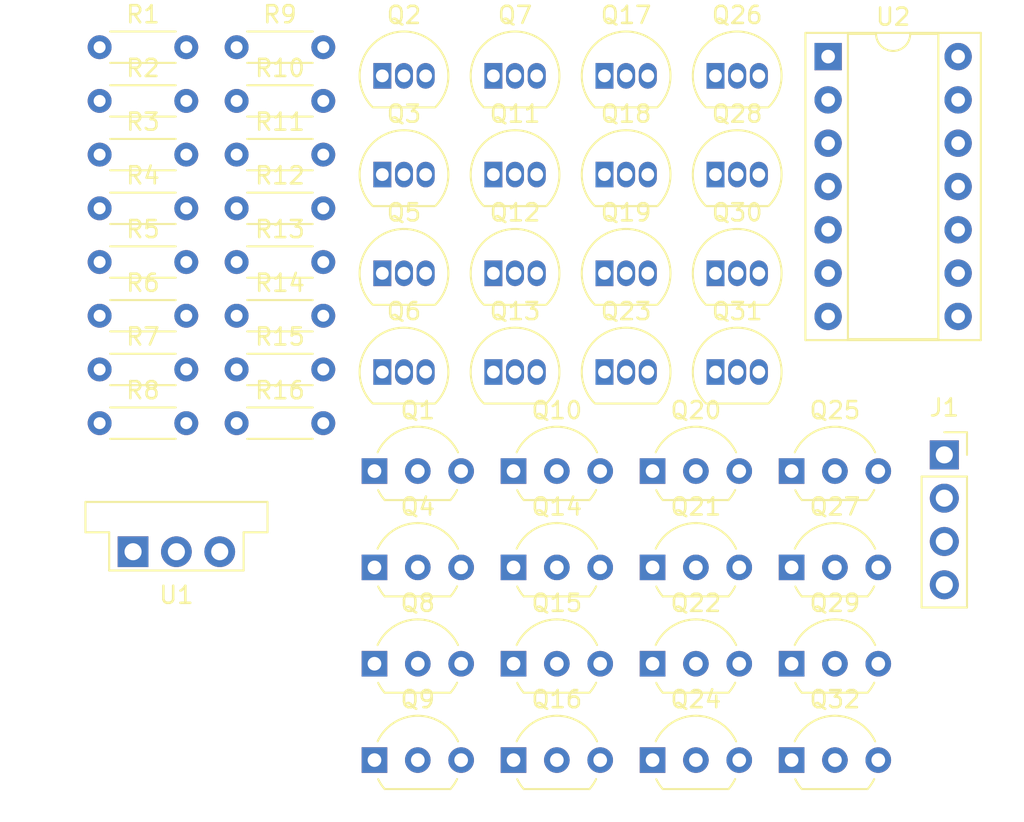
<source format=kicad_pcb>
(kicad_pcb (version 20240108) (generator "pcbnew") (generator_version "8.0")
  (layers (0 "F.Cu" signal) (31 "B.Cu" signal) (34 "B.Paste" user) (35 "F.Paste" user) (36 "B.SilkS" user "B.Silkscreen") (37 "F.SilkS" user "F.Silkscreen") (38 "B.Mask" user) (39 "F.Mask" user) (44 "Edge.Cuts" user))
  (net 0 "")
  (net 1 "A_IN")
  (net 2 "C_IN")
  (net 3 "D_IN")
  (net 4 "B_IN")
  (net 5 "Net-(Q1-E)")
  (net 6 "Net-(Q1-C)")
  (net 7 "E")
  (net 8 "Net-(Q2-E)")
  (net 9 "A")
  (net 10 "+5V")
  (net 11 "C")
  (net 12 "ML0")
  (net 13 "~A~CE")
  (net 14 "Net-(Q5-E)")
  (net 15 "F")
  (net 16 "Net-(Q7-E)")
  (net 17 "B")
  (net 18 "D")
  (net 19 "ML1")
  (net 20 "Net-(Q10-B)")
  (net 21 "Net-(Q11-E)")
  (net 22 "Net-(Q12-E)")
  (net 23 "Net-(Q13-E)")
  (net 24 "Net-(Q15-E)")
  (net 25 "MR0")
  (net 26 "~B~DF")
  (net 27 "Net-(Q17-E)")
  (net 28 "Net-(Q19-E)")
  (net 29 "MR1")
  (net 30 "Net-(Q22-B)")
  (net 31 "Net-(Q23-E)")
  (net 32 "Net-(Q25-E)")
  (net 33 "Net-(Q26-E)")
  (net 34 "Net-(Q29-E)")
  (net 35 "Net-(Q31-E)")
  (net 36 "GND")
  (net 37 "Net-(R9-Pad2)")
  (net 38 "Net-(R10-Pad2)")
  (net 39 "Net-(R11-Pad2)")
  (net 40 "Net-(R12-Pad2)")
  (net 41 "VCC")
  (footprint "Package_TO_SOT_THT:TO-92_Inline" (layer "F.Cu") (at 46.02 26.62)
    (property "Reference" "Q11" (at 1.27 -3.56 0) (layer "F.SilkS"))
    (property "Value" "2SA1015")
    (fp_line (start -0.53 1.85) (end 3.07 1.85) (stroke (width 0.12)) (layer "F.SilkS"))
    (fp_arc (start -0.568478 1.838478) (mid -1.132087 -0.994977) (end 1.27 -2.6) (stroke (width 0.12)) (layer "F.SilkS"))
    (fp_arc (start 1.27 -2.6) (mid 3.672087 -0.994977) (end 3.108478 1.838478) (stroke (width 0.12)) (layer "F.SilkS"))
    (pad "1" thru_hole rect (at 0 0) (size 1.05 1.5) (drill 0.75) (layers "*.Cu" "*.Mask") (net 21 "Net-(Q11-E)"))
    (pad "2" thru_hole oval (at 1.27 0) (size 1.05 1.5) (drill 0.75) (layers "*.Cu" "*.Mask") (net 10 "+5V"))
    (pad "3" thru_hole oval (at 2.54 0) (size 1.05 1.5) (drill 0.75) (layers "*.Cu" "*.Mask") (net 17 "B"))
  )
  (footprint "Package_TO_SOT_THT:TO-92L_Inline_Wide" (layer "F.Cu") (at 63.5 60.96)
    (property "Reference" "Q32" (at 2.54 -3.56 0) (layer "F.SilkS"))
    (property "Value" "2SC1815")
    (fp_line (start 0.6 1.7) (end 4.45 1.7) (stroke (width 0.12)) (layer "F.SilkS"))
    (fp_arc (start 0.1836 -1.098807) (mid 1.143021 -2.192817) (end 2.54 -2.6) (stroke (width 0.12)) (layer "F.SilkS"))
    (fp_arc (start 0.6 1.7) (mid 0.389183 1.423933) (end 0.217369 1.122045) (stroke (width 0.12)) (layer "F.SilkS"))
    (fp_arc (start 2.54 -2.6) (mid 3.936979 -2.192818) (end 4.8964 -1.098807) (stroke (width 0.12)) (layer "F.SilkS"))
    (fp_arc (start 4.842383 1.112264) (mid 4.666594 1.419753) (end 4.45 1.7) (stroke (width 0.12)) (layer "F.SilkS"))
    (pad "1" thru_hole rect (at 0 0) (size 1.5 1.5) (drill 0.8) (layers "*.Cu" "*.Mask") (net 15 "F"))
    (pad "2" thru_hole circle (at 2.54 0) (size 1.5 1.5) (drill 0.8) (layers "*.Cu" "*.Mask") (net 35 "Net-(Q31-E)"))
    (pad "3" thru_hole circle (at 5.08 0) (size 1.5 1.5) (drill 0.8) (layers "*.Cu" "*.Mask") (net 9 "A"))
  )
  (footprint "Package_TO_SOT_THT:TO-92L_Inline_Wide" (layer "F.Cu") (at 63.5 44.01)
    (property "Reference" "Q25" (at 2.54 -3.56 0) (layer "F.SilkS"))
    (property "Value" "2SC1815")
    (fp_line (start 0.6 1.7) (end 4.45 1.7) (stroke (width 0.12)) (layer "F.SilkS"))
    (fp_arc (start 0.1836 -1.098807) (mid 1.143021 -2.192817) (end 2.54 -2.6) (stroke (width 0.12)) (layer "F.SilkS"))
    (fp_arc (start 0.6 1.7) (mid 0.389183 1.423933) (end 0.217369 1.122045) (stroke (width 0.12)) (layer "F.SilkS"))
    (fp_arc (start 2.54 -2.6) (mid 3.936979 -2.192818) (end 4.8964 -1.098807) (stroke (width 0.12)) (layer "F.SilkS"))
    (fp_arc (start 4.842383 1.112264) (mid 4.666594 1.419753) (end 4.45 1.7) (stroke (width 0.12)) (layer "F.SilkS"))
    (pad "1" thru_hole rect (at 0 0) (size 1.5 1.5) (drill 0.8) (layers "*.Cu" "*.Mask") (net 32 "Net-(Q25-E)"))
    (pad "2" thru_hole circle (at 2.54 0) (size 1.5 1.5) (drill 0.8) (layers "*.Cu" "*.Mask") (net 10 "+5V"))
    (pad "3" thru_hole circle (at 5.08 0) (size 1.5 1.5) (drill 0.8) (layers "*.Cu" "*.Mask") (net 13 "~A~CE"))
  )
  (footprint "Package_TO_SOT_THT:TO-92_Inline" (layer "F.Cu") (at 52.53 38.2)
    (property "Reference" "Q23" (at 1.27 -3.56 0) (layer "F.SilkS"))
    (property "Value" "2SA1015")
    (fp_line (start -0.53 1.85) (end 3.07 1.85) (stroke (width 0.12)) (layer "F.SilkS"))
    (fp_arc (start -0.568478 1.838478) (mid -1.132087 -0.994977) (end 1.27 -2.6) (stroke (width 0.12)) (layer "F.SilkS"))
    (fp_arc (start 1.27 -2.6) (mid 3.672087 -0.994977) (end 3.108478 1.838478) (stroke (width 0.12)) (layer "F.SilkS"))
    (pad "1" thru_hole rect (at 0 0) (size 1.05 1.5) (drill 0.75) (layers "*.Cu" "*.Mask") (net 31 "Net-(Q23-E)"))
    (pad "2" thru_hole oval (at 1.27 0) (size 1.05 1.5) (drill 0.75) (layers "*.Cu" "*.Mask") (net 10 "+5V"))
    (pad "3" thru_hole oval (at 2.54 0) (size 1.05 1.5) (drill 0.75) (layers "*.Cu" "*.Mask") (net 18 "D"))
  )
  (footprint "Package_TO_SOT_THT:TO-92L_Inline_Wide" (layer "F.Cu") (at 39.05 60.96)
    (property "Reference" "Q9" (at 2.54 -3.56 0) (layer "F.SilkS"))
    (property "Value" "2SC1815")
    (fp_line (start 0.6 1.7) (end 4.45 1.7) (stroke (width 0.12)) (layer "F.SilkS"))
    (fp_arc (start 0.1836 -1.098807) (mid 1.143021 -2.192817) (end 2.54 -2.6) (stroke (width 0.12)) (layer "F.SilkS"))
    (fp_arc (start 0.6 1.7) (mid 0.389183 1.423933) (end 0.217369 1.122045) (stroke (width 0.12)) (layer "F.SilkS"))
    (fp_arc (start 2.54 -2.6) (mid 3.936979 -2.192818) (end 4.8964 -1.098807) (stroke (width 0.12)) (layer "F.SilkS"))
    (fp_arc (start 4.842383 1.112264) (mid 4.666594 1.419753) (end 4.45 1.7) (stroke (width 0.12)) (layer "F.SilkS"))
    (pad "1" thru_hole rect (at 0 0) (size 1.5 1.5) (drill 0.8) (layers "*.Cu" "*.Mask") (net 12 "ML0"))
    (pad "2" thru_hole circle (at 2.54 0) (size 1.5 1.5) (drill 0.8) (layers "*.Cu" "*.Mask") (net 10 "+5V"))
    (pad "3" thru_hole circle (at 5.08 0) (size 1.5 1.5) (drill 0.8) (layers "*.Cu" "*.Mask") (net 18 "D"))
  )
  (footprint "Package_TO_SOT_THT:TO-92_Inline" (layer "F.Cu") (at 52.53 20.83)
    (property "Reference" "Q17" (at 1.27 -3.56 0) (layer "F.SilkS"))
    (property "Value" "2SA1015")
    (fp_line (start -0.53 1.85) (end 3.07 1.85) (stroke (width 0.12)) (layer "F.SilkS"))
    (fp_arc (start -0.568478 1.838478) (mid -1.132087 -0.994977) (end 1.27 -2.6) (stroke (width 0.12)) (layer "F.SilkS"))
    (fp_arc (start 1.27 -2.6) (mid 3.672087 -0.994977) (end 3.108478 1.838478) (stroke (width 0.12)) (layer "F.SilkS"))
    (pad "1" thru_hole rect (at 0 0) (size 1.05 1.5) (drill 0.75) (layers "*.Cu" "*.Mask") (net 27 "Net-(Q17-E)"))
    (pad "2" thru_hole oval (at 1.27 0) (size 1.05 1.5) (drill 0.75) (layers "*.Cu" "*.Mask") (net 10 "+5V"))
    (pad "3" thru_hole oval (at 2.54 0) (size 1.05 1.5) (drill 0.75) (layers "*.Cu" "*.Mask") (net 7 "E"))
  )
  (footprint "Package_TO_SOT_THT:TO-92_Inline" (layer "F.Cu") (at 52.53 26.62)
    (property "Reference" "Q18" (at 1.27 -3.56 0) (layer "F.SilkS"))
    (property "Value" "2SA1015")
    (fp_line (start -0.53 1.85) (end 3.07 1.85) (stroke (width 0.12)) (layer "F.SilkS"))
    (fp_arc (start -0.568478 1.838478) (mid -1.132087 -0.994977) (end 1.27 -2.6) (stroke (width 0.12)) (layer "F.SilkS"))
    (fp_arc (start 1.27 -2.6) (mid 3.672087 -0.994977) (end 3.108478 1.838478) (stroke (width 0.12)) (layer "F.SilkS"))
    (pad "1" thru_hole rect (at 0 0) (size 1.05 1.5) (drill 0.75) (layers "*.Cu" "*.Mask") (net 25 "MR0"))
    (pad "2" thru_hole oval (at 1.27 0) (size 1.05 1.5) (drill 0.75) (layers "*.Cu" "*.Mask") (net 27 "Net-(Q17-E)"))
    (pad "3" thru_hole oval (at 2.54 0) (size 1.05 1.5) (drill 0.75) (layers "*.Cu" "*.Mask") (net 15 "F"))
  )
  (footprint "Package_TO_SOT_THT:TO-92L_Inline_Wide" (layer "F.Cu") (at 55.35 49.66)
    (property "Reference" "Q21" (at 2.54 -3.56 0) (layer "F.SilkS"))
    (property "Value" "2SC1815")
    (fp_line (start 0.6 1.7) (end 4.45 1.7) (stroke (width 0.12)) (layer "F.SilkS"))
    (fp_arc (start 0.1836 -1.098807) (mid 1.143021 -2.192817) (end 2.54 -2.6) (stroke (width 0.12)) (layer "F.SilkS"))
    (fp_arc (start 0.6 1.7) (mid 0.389183 1.423933) (end 0.217369 1.122045) (stroke (width 0.12)) (layer "F.SilkS"))
    (fp_arc (start 2.54 -2.6) (mid 3.936979 -2.192818) (end 4.8964 -1.098807) (stroke (width 0.12)) (layer "F.SilkS"))
    (fp_arc (start 4.842383 1.112264) (mid 4.666594 1.419753) (end 4.45 1.7) (stroke (width 0.12)) (layer "F.SilkS"))
    (pad "1" thru_hole rect (at 0 0) (size 1.5 1.5) (drill 0.8) (layers "*.Cu" "*.Mask") (net 25 "MR0"))
    (pad "2" thru_hole circle (at 2.54 0) (size 1.5 1.5) (drill 0.8) (layers "*.Cu" "*.Mask") (net 10 "+5V"))
    (pad "3" thru_hole circle (at 5.08 0) (size 1.5 1.5) (drill 0.8) (layers "*.Cu" "*.Mask") (net 9 "A"))
  )
  (footprint "Resistor_THT:R_Axial_DIN0204_L3.6mm_D1.6mm_P5.08mm_Horizontal" (layer "F.Cu") (at 22.94 34.9)
    (property "Reference" "R6" (at 2.54 -1.92 0) (layer "F.SilkS"))
    (property "Value" "10k")
    (fp_line (start 0.62 -0.92) (end 4.46 -0.92) (stroke (width 0.12)) (layer "F.SilkS"))
    (fp_line (start 0.62 0.92) (end 4.46 0.92) (stroke (width 0.12)) (layer "F.SilkS"))
    (pad "1" thru_hole circle (at 0 0) (size 1.4 1.4) (drill 0.7) (layers "*.Cu" "*.Mask") (net 29 "MR1"))
    (pad "2" thru_hole oval (at 5.08 0) (size 1.4 1.4) (drill 0.7) (layers "*.Cu" "*.Mask") (net 36 "GND"))
  )
  (footprint "Package_TO_SOT_THT:TO-92L_Inline_Wide" (layer "F.Cu") (at 55.35 55.31)
    (property "Reference" "Q22" (at 2.54 -3.56 0) (layer "F.SilkS"))
    (property "Value" "2SC1815")
    (fp_line (start 0.6 1.7) (end 4.45 1.7) (stroke (width 0.12)) (layer "F.SilkS"))
    (fp_arc (start 0.1836 -1.098807) (mid 1.143021 -2.192817) (end 2.54 -2.6) (stroke (width 0.12)) (layer "F.SilkS"))
    (fp_arc (start 0.6 1.7) (mid 0.389183 1.423933) (end 0.217369 1.122045) (stroke (width 0.12)) (layer "F.SilkS"))
    (fp_arc (start 2.54 -2.6) (mid 3.936979 -2.192818) (end 4.8964 -1.098807) (stroke (width 0.12)) (layer "F.SilkS"))
    (fp_arc (start 4.842383 1.112264) (mid 4.666594 1.419753) (end 4.45 1.7) (stroke (width 0.12)) (layer "F.SilkS"))
    (pad "1" thru_hole rect (at 0 0) (size 1.5 1.5) (drill 0.8) (layers "*.Cu" "*.Mask") (net 29 "MR1"))
    (pad "2" thru_hole circle (at 2.54 0) (size 1.5 1.5) (drill 0.8) (layers "*.Cu" "*.Mask") (net 10 "+5V"))
    (pad "3" thru_hole circle (at 5.08 0) (size 1.5 1.5) (drill 0.8) (layers "*.Cu" "*.Mask") (net 30 "Net-(Q22-B)"))
  )
  (footprint "Package_TO_SOT_THT:TO-92_Inline" (layer "F.Cu") (at 39.51 20.83)
    (property "Reference" "Q2" (at 1.27 -3.56 0) (layer "F.SilkS"))
    (property "Value" "2SA1015")
    (fp_line (start -0.53 1.85) (end 3.07 1.85) (stroke (width 0.12)) (layer "F.SilkS"))
    (fp_arc (start -0.568478 1.838478) (mid -1.132087 -0.994977) (end 1.27 -2.6) (stroke (width 0.12)) (layer "F.SilkS"))
    (fp_arc (start 1.27 -2.6) (mid 3.672087 -0.994977) (end 3.108478 1.838478) (stroke (width 0.12)) (layer "F.SilkS"))
    (pad "1" thru_hole rect (at 0 0) (size 1.05 1.5) (drill 0.75) (layers "*.Cu" "*.Mask") (net 8 "Net-(Q2-E)"))
    (pad "2" thru_hole oval (at 1.27 0) (size 1.05 1.5) (drill 0.75) (layers "*.Cu" "*.Mask") (net 10 "+5V"))
    (pad "3" thru_hole oval (at 2.54 0) (size 1.05 1.5) (drill 0.75) (layers "*.Cu" "*.Mask") (net 9 "A"))
  )
  (footprint "Package_TO_SOT_THT:TO-92L_Inline_Wide" (layer "F.Cu") (at 47.2 49.66)
    (property "Reference" "Q14" (at 2.54 -3.56 0) (layer "F.SilkS"))
    (property "Value" "2SC1815")
    (fp_line (start 0.6 1.7) (end 4.45 1.7) (stroke (width 0.12)) (layer "F.SilkS"))
    (fp_arc (start 0.1836 -1.098807) (mid 1.143021 -2.192817) (end 2.54 -2.6) (stroke (width 0.12)) (layer "F.SilkS"))
    (fp_arc (start 0.6 1.7) (mid 0.389183 1.423933) (end 0.217369 1.122045) (stroke (width 0.12)) (layer "F.SilkS"))
    (fp_arc (start 2.54 -2.6) (mid 3.936979 -2.192818) (end 4.8964 -1.098807) (stroke (width 0.12)) (layer "F.SilkS"))
    (fp_arc (start 4.842383 1.112264) (mid 4.666594 1.419753) (end 4.45 1.7) (stroke (width 0.12)) (layer "F.SilkS"))
    (pad "1" thru_hole rect (at 0 0) (size 1.5 1.5) (drill 0.8) (layers "*.Cu" "*.Mask") (net 19 "ML1"))
    (pad "2" thru_hole circle (at 2.54 0) (size 1.5 1.5) (drill 0.8) (layers "*.Cu" "*.Mask") (net 23 "Net-(Q13-E)"))
    (pad "3" thru_hole circle (at 5.08 0) (size 1.5 1.5) (drill 0.8) (layers "*.Cu" "*.Mask") (net 11 "C"))
  )
  (footprint "Package_TO_SOT_THT:TO-92L_Inline_Wide" (layer "F.Cu") (at 39.05 49.66)
    (property "Reference" "Q4" (at 2.54 -3.56 0) (layer "F.SilkS"))
    (property "Value" "2SC1815")
    (fp_line (start 0.6 1.7) (end 4.45 1.7) (stroke (width 0.12)) (layer "F.SilkS"))
    (fp_arc (start 0.1836 -1.098807) (mid 1.143021 -2.192817) (end 2.54 -2.6) (stroke (width 0.12)) (layer "F.SilkS"))
    (fp_arc (start 0.6 1.7) (mid 0.389183 1.423933) (end 0.217369 1.122045) (stroke (width 0.12)) (layer "F.SilkS"))
    (fp_arc (start 2.54 -2.6) (mid 3.936979 -2.192818) (end 4.8964 -1.098807) (stroke (width 0.12)) (layer "F.SilkS"))
    (fp_arc (start 4.842383 1.112264) (mid 4.666594 1.419753) (end 4.45 1.7) (stroke (width 0.12)) (layer "F.SilkS"))
    (pad "1" thru_hole rect (at 0 0) (size 1.5 1.5) (drill 0.8) (layers "*.Cu" "*.Mask") (net 12 "ML0"))
    (pad "2" thru_hole circle (at 2.54 0) (size 1.5 1.5) (drill 0.8) (layers "*.Cu" "*.Mask") (net 10 "+5V"))
    (pad "3" thru_hole circle (at 5.08 0) (size 1.5 1.5) (drill 0.8) (layers "*.Cu" "*.Mask") (net 13 "~A~CE"))
  )
  (footprint "Package_TO_SOT_THT:TO-92L_Inline_Wide" (layer "F.Cu") (at 39.05 55.31)
    (property "Reference" "Q8" (at 2.54 -3.56 0) (layer "F.SilkS"))
    (property "Value" "2SC1815")
    (fp_line (start 0.6 1.7) (end 4.45 1.7) (stroke (width 0.12)) (layer "F.SilkS"))
    (fp_arc (start 0.1836 -1.098807) (mid 1.143021 -2.192817) (end 2.54 -2.6) (stroke (width 0.12)) (layer "F.SilkS"))
    (fp_arc (start 0.6 1.7) (mid 0.389183 1.423933) (end 0.217369 1.122045) (stroke (width 0.12)) (layer "F.SilkS"))
    (fp_arc (start 2.54 -2.6) (mid 3.936979 -2.192818) (end 4.8964 -1.098807) (stroke (width 0.12)) (layer "F.SilkS"))
    (fp_arc (start 4.842383 1.112264) (mid 4.666594 1.419753) (end 4.45 1.7) (stroke (width 0.12)) (layer "F.SilkS"))
    (pad "1" thru_hole rect (at 0 0) (size 1.5 1.5) (drill 0.8) (layers "*.Cu" "*.Mask") (net 12 "ML0"))
    (pad "2" thru_hole circle (at 2.54 0) (size 1.5 1.5) (drill 0.8) (layers "*.Cu" "*.Mask") (net 16 "Net-(Q7-E)"))
    (pad "3" thru_hole circle (at 5.08 0) (size 1.5 1.5) (drill 0.8) (layers "*.Cu" "*.Mask") (net 17 "B"))
  )
  (footprint "Resistor_THT:R_Axial_DIN0204_L3.6mm_D1.6mm_P5.08mm_Horizontal" (layer "F.Cu") (at 22.94 41.2)
    (property "Reference" "R8" (at 2.54 -1.92 0) (layer "F.SilkS"))
    (property "Value" "10k")
    (fp_line (start 0.62 -0.92) (end 4.46 -0.92) (stroke (width 0.12)) (layer "F.SilkS"))
    (fp_line (start 0.62 0.92) (end 4.46 0.92) (stroke (width 0.12)) (layer "F.SilkS"))
    (pad "1" thru_hole circle (at 0 0) (size 1.4 1.4) (drill 0.7) (layers "*.Cu" "*.Mask") (net 15 "F"))
    (pad "2" thru_hole oval (at 5.08 0) (size 1.4 1.4) (drill 0.7) (layers "*.Cu" "*.Mask") (net 36 "GND"))
  )
  (footprint "Converter_DCDC:Converter_DCDC_Murata_OKI-78SR_Vertical" (layer "F.Cu") (at 24.9 48.74)
    (property "Reference" "U1" (at 2.54 2.54 180) (layer "F.SilkS"))
    (property "Value" "OKI-78SR-12_1.0-W36-C")
    (fp_line (start -2.79 -2.92) (end -2.79 -1.14) (stroke (width 0.12)) (layer "F.SilkS"))
    (fp_line (start -1.4 -1.14) (end -2.79 -1.14) (stroke (width 0.12)) (layer "F.SilkS"))
    (fp_line (start -1.4 1.1) (end -1.4 -1.14) (stroke (width 0.12)) (layer "F.SilkS"))
    (fp_line (start 6.48 -1.14) (end 6.48 1.1) (stroke (width 0.12)) (layer "F.SilkS"))
    (fp_line (start 6.48 1.1) (end -1.4 1.1) (stroke (width 0.12)) (layer "F.SilkS"))
    (fp_line (start 7.88 -2.92) (end -2.79 -2.92) (stroke (width 0.12)) (layer "F.SilkS"))
    (fp_line (start 7.88 -1.15) (end 7.88 -2.92) (stroke (width 0.12)) (layer "F.SilkS"))
    (fp_line (start 7.88 -1.14) (end 6.48 -1.14) (stroke (width 0.12)) (layer "F.SilkS"))
    (pad "1" thru_hole rect (at 0 0) (size 1.8 1.8) (drill 1) (layers "*.Cu" "*.Mask") (net 41 "VCC"))
    (pad "2" thru_hole circle (at 2.54 0) (size 1.8 1.8) (drill 1) (layers "*.Cu" "*.Mask") (net 36 "GND"))
    (pad "3" thru_hole circle (at 5.08 0) (size 1.8 1.8) (drill 1) (layers "*.Cu" "*.Mask") (net 10 "+5V"))
  )
  (footprint "Resistor_THT:R_Axial_DIN0204_L3.6mm_D1.6mm_P5.08mm_Horizontal" (layer "F.Cu") (at 30.97 25.45)
    (property "Reference" "R11" (at 2.54 -1.92 0) (layer "F.SilkS"))
    (property "Value" "5.1k")
    (fp_line (start 0.62 -0.92) (end 4.46 -0.92) (stroke (width 0.12)) (layer "F.SilkS"))
    (fp_line (start 0.62 0.92) (end 4.46 0.92) (stroke (width 0.12)) (layer "F.SilkS"))
    (pad "1" thru_hole circle (at 0 0) (size 1.4 1.4) (drill 0.7) (layers "*.Cu" "*.Mask") (net 11 "C"))
    (pad "2" thru_hole oval (at 5.08 0) (size 1.4 1.4) (drill 0.7) (layers "*.Cu" "*.Mask") (net 39 "Net-(R11-Pad2)"))
  )
  (footprint "Resistor_THT:R_Axial_DIN0204_L3.6mm_D1.6mm_P5.08mm_Horizontal" (layer "F.Cu") (at 22.94 38.05)
    (property "Reference" "R7" (at 2.54 -1.92 0) (layer "F.SilkS"))
    (property "Value" "10k")
    (fp_line (start 0.62 -0.92) (end 4.46 -0.92) (stroke (width 0.12)) (layer "F.SilkS"))
    (fp_line (start 0.62 0.92) (end 4.46 0.92) (stroke (width 0.12)) (layer "F.SilkS"))
    (pad "1" thru_hole circle (at 0 0) (size 1.4 1.4) (drill 0.7) (layers "*.Cu" "*.Mask") (net 7 "E"))
    (pad "2" thru_hole oval (at 5.08 0) (size 1.4 1.4) (drill 0.7) (layers "*.Cu" "*.Mask") (net 36 "GND"))
  )
  (footprint "Package_TO_SOT_THT:TO-92_Inline" (layer "F.Cu") (at 46.02 32.41)
    (property "Reference" "Q12" (at 1.27 -3.56 0) (layer "F.SilkS"))
    (property "Value" "2SA1015")
    (fp_line (start -0.53 1.85) (end 3.07 1.85) (stroke (width 0.12)) (layer "F.SilkS"))
    (fp_arc (start -0.568478 1.838478) (mid -1.132087 -0.994977) (end 1.27 -2.6) (stroke (width 0.12)) (layer "F.SilkS"))
    (fp_arc (start 1.27 -2.6) (mid 3.672087 -0.994977) (end 3.108478 1.838478) (stroke (width 0.12)) (layer "F.SilkS"))
    (pad "1" thru_hole rect (at 0 0) (size 1.05 1.5) (drill 0.75) (layers "*.Cu" "*.Mask") (net 22 "Net-(Q12-E)"))
    (pad "2" thru_hole oval (at 1.27 0) (size 1.05 1.5) (drill 0.75) (layers "*.Cu" "*.Mask") (net 21 "Net-(Q11-E)"))
    (pad "3" thru_hole oval (at 2.54 0) (size 1.05 1.5) (drill 0.75) (layers "*.Cu" "*.Mask") (net 18 "D"))
  )
  (footprint "Resistor_THT:R_Axial_DIN0204_L3.6mm_D1.6mm_P5.08mm_Horizontal" (layer "F.Cu") (at 22.94 19.15)
    (property "Reference" "R1" (at 2.54 -1.92 0) (layer "F.SilkS"))
    (property "Value" "10k")
    (fp_line (start 0.62 -0.92) (end 4.46 -0.92) (stroke (width 0.12)) (layer "F.SilkS"))
    (fp_line (start 0.62 0.92) (end 4.46 0.92) (stroke (width 0.12)) (layer "F.SilkS"))
    (pad "1" thru_hole circle (at 0 0) (size 1.4 1.4) (drill 0.7) (layers "*.Cu" "*.Mask") (net 5 "Net-(Q1-E)"))
    (pad "2" thru_hole oval (at 5.08 0) (size 1.4 1.4) (drill 0.7) (layers "*.Cu" "*.Mask") (net 36 "GND"))
  )
  (footprint "Package_TO_SOT_THT:TO-92L_Inline_Wide" (layer "F.Cu") (at 55.35 60.96)
    (property "Reference" "Q24" (at 2.54 -3.56 0) (layer "F.SilkS"))
    (property "Value" "2SC1815")
    (fp_line (start 0.6 1.7) (end 4.45 1.7) (stroke (width 0.12)) (layer "F.SilkS"))
    (fp_arc (start 0.1836 -1.098807) (mid 1.143021 -2.192817) (end 2.54 -2.6) (stroke (width 0.12)) (layer "F.SilkS"))
    (fp_arc (start 0.6 1.7) (mid 0.389183 1.423933) (end 0.217369 1.122045) (stroke (width 0.12)) (layer "F.SilkS"))
    (fp_arc (start 2.54 -2.6) (mid 3.936979 -2.192818) (end 4.8964 -1.098807) (stroke (width 0.12)) (layer "F.SilkS"))
    (fp_arc (start 4.842383 1.112264) (mid 4.666594 1.419753) (end 4.45 1.7) (stroke (width 0.12)) (layer "F.SilkS"))
    (pad "1" thru_hole rect (at 0 0) (size 1.5 1.5) (drill 0.8) (layers "*.Cu" "*.Mask") (net 29 "MR1"))
    (pad "2" thru_hole circle (at 2.54 0) (size 1.5 1.5) (drill 0.8) (layers "*.Cu" "*.Mask") (net 31 "Net-(Q23-E)"))
    (pad "3" thru_hole circle (at 5.08 0) (size 1.5 1.5) (drill 0.8) (layers "*.Cu" "*.Mask") (net 17 "B"))
  )
  (footprint "Resistor_THT:R_Axial_DIN0204_L3.6mm_D1.6mm_P5.08mm_Horizontal" (layer "F.Cu") (at 30.97 19.15)
    (property "Reference" "R9" (at 2.54 -1.92 0) (layer "F.SilkS"))
    (property "Value" "5.1k")
    (fp_line (start 0.62 -0.92) (end 4.46 -0.92) (stroke (width 0.12)) (layer "F.SilkS"))
    (fp_line (start 0.62 0.92) (end 4.46 0.92) (stroke (width 0.12)) (layer "F.SilkS"))
    (pad "1" thru_hole circle (at 0 0) (size 1.4 1.4) (drill 0.7) (layers "*.Cu" "*.Mask") (net 9 "A"))
    (pad "2" thru_hole oval (at 5.08 0) (size 1.4 1.4) (drill 0.7) (layers "*.Cu" "*.Mask") (net 37 "Net-(R9-Pad2)"))
  )
  (footprint "Package_TO_SOT_THT:TO-92_Inline" (layer "F.Cu") (at 59.04 26.62)
    (property "Reference" "Q28" (at 1.27 -3.56 0) (layer "F.SilkS"))
    (property "Value" "2SA1015")
    (fp_line (start -0.53 1.85) (end 3.07 1.85) (stroke (width 0.12)) (layer "F.SilkS"))
    (fp_arc (start -0.568478 1.838478) (mid -1.132087 -0.994977) (end 1.27 -2.6) (stroke (width 0.12)) (layer "F.SilkS"))
    (fp_arc (start 1.27 -2.6) (mid 3.672087 -0.994977) (end 3.108478 1.838478) (stroke (width 0.12)) (layer "F.SilkS"))
    (pad "1" thru_hole rect (at 0 0) (size 1.05 1.5) (drill 0.75) (layers "*.Cu" "*.Mask") (net 7 "E"))
    (pad "2" thru_hole oval (at 1.27 0) (size 1.05 1.5) (drill 0.75) (layers "*.Cu" "*.Mask") (net 32 "Net-(Q25-E)"))
    (pad "3" thru_hole oval (at 2.54 0) (size 1.05 1.5) (drill 0.75) (layers "*.Cu" "*.Mask") (net 17 "B"))
  )
  (footprint "Resistor_THT:R_Axial_DIN0204_L3.6mm_D1.6mm_P5.08mm_Horizontal" (layer "F.Cu") (at 30.97 41.2)
    (property "Reference" "R16" (at 2.54 -1.92 0) (layer "F.SilkS"))
    (property "Value" "5.1k")
    (fp_line (start 0.62 -0.92) (end 4.46 -0.92) (stroke (width 0.12)) (layer "F.SilkS"))
    (fp_line (start 0.62 0.92) (end 4.46 0.92) (stroke (width 0.12)) (layer "F.SilkS"))
    (pad "1" thru_hole circle (at 0 0) (size 1.4 1.4) (drill 0.7) (layers "*.Cu" "*.Mask") (net 20 "Net-(Q10-B)"))
    (pad "2" thru_hole oval (at 5.08 0) (size 1.4 1.4) (drill 0.7) (layers "*.Cu" "*.Mask") (net 12 "ML0"))
  )
  (footprint "Resistor_THT:R_Axial_DIN0204_L3.6mm_D1.6mm_P5.08mm_Horizontal" (layer "F.Cu") (at 22.94 25.45)
    (property "Reference" "R3" (at 2.54 -1.92 0) (layer "F.SilkS"))
    (property "Value" "10k")
    (fp_line (start 0.62 -0.92) (end 4.46 -0.92) (stroke (width 0.12)) (layer "F.SilkS"))
    (fp_line (start 0.62 0.92) (end 4.46 0.92) (stroke (width 0.12)) (layer "F.SilkS"))
    (pad "1" thru_hole circle (at 0 0) (size 1.4 1.4) (drill 0.7) (layers "*.Cu" "*.Mask") (net 19 "ML1"))
    (pad "2" thru_hole oval (at 5.08 0) (size 1.4 1.4) (drill 0.7) (layers "*.Cu" "*.Mask") (net 36 "GND"))
  )
  (footprint "Resistor_THT:R_Axial_DIN0204_L3.6mm_D1.6mm_P5.08mm_Horizontal" (layer "F.Cu") (at 30.97 34.9)
    (property "Reference" "R14" (at 2.54 -1.92 0) (layer "F.SilkS"))
    (property "Value" "5.1k")
    (fp_line (start 0.62 -0.92) (end 4.46 -0.92) (stroke (width 0.12)) (layer "F.SilkS"))
    (fp_line (start 0.62 0.92) (end 4.46 0.92) (stroke (width 0.12)) (layer "F.SilkS"))
    (pad "1" thru_hole circle (at 0 0) (size 1.4 1.4) (drill 0.7) (layers "*.Cu" "*.Mask") (net 26 "~B~DF"))
    (pad "2" thru_hole oval (at 5.08 0) (size 1.4 1.4) (drill 0.7) (layers "*.Cu" "*.Mask") (net 24 "Net-(Q15-E)"))
  )
  (footprint "Package_TO_SOT_THT:TO-92L_Inline_Wide" (layer "F.Cu") (at 47.2 44.01)
    (property "Reference" "Q10" (at 2.54 -3.56 0) (layer "F.SilkS"))
    (property "Value" "2SC1815")
    (fp_line (start 0.6 1.7) (end 4.45 1.7) (stroke (width 0.12)) (layer "F.SilkS"))
    (fp_arc (start 0.1836 -1.098807) (mid 1.143021 -2.192817) (end 2.54 -2.6) (stroke (width 0.12)) (layer "F.SilkS"))
    (fp_arc (start 0.6 1.7) (mid 0.389183 1.423933) (end 0.217369 1.122045) (stroke (width 0.12)) (layer "F.SilkS"))
    (fp_arc (start 2.54 -2.6) (mid 3.936979 -2.192818) (end 4.8964 -1.098807) (stroke (width 0.12)) (layer "F.SilkS"))
    (fp_arc (start 4.842383 1.112264) (mid 4.666594 1.419753) (end 4.45 1.7) (stroke (width 0.12)) (layer "F.SilkS"))
    (pad "1" thru_hole rect (at 0 0) (size 1.5 1.5) (drill 0.8) (layers "*.Cu" "*.Mask") (net 19 "ML1"))
    (pad "2" thru_hole circle (at 2.54 0) (size 1.5 1.5) (drill 0.8) (layers "*.Cu" "*.Mask") (net 10 "+5V"))
    (pad "3" thru_hole circle (at 5.08 0) (size 1.5 1.5) (drill 0.8) (layers "*.Cu" "*.Mask") (net 20 "Net-(Q10-B)"))
  )
  (footprint "Resistor_THT:R_Axial_DIN0204_L3.6mm_D1.6mm_P5.08mm_Horizontal" (layer "F.Cu") (at 30.97 22.3)
    (property "Reference" "R10" (at 2.54 -1.92 0) (layer "F.SilkS"))
    (property "Value" "5.1k")
    (fp_line (start 0.62 -0.92) (end 4.46 -0.92) (stroke (width 0.12)) (layer "F.SilkS"))
    (fp_line (start 0.62 0.92) (end 4.46 0.92) (stroke (width 0.12)) (layer "F.SilkS"))
    (pad "1" thru_hole circle (at 0 0) (size 1.4 1.4) (drill 0.7) (layers "*.Cu" "*.Mask") (net 17 "B"))
    (pad "2" thru_hole oval (at 5.08 0) (size 1.4 1.4) (drill 0.7) (layers "*.Cu" "*.Mask") (net 38 "Net-(R10-Pad2)"))
  )
  (footprint "Connector_PinSocket_2.54mm:PinSocket_1x04_P2.54mm_Vertical" (layer "F.Cu") (at 72.45 43.06)
    (property "Reference" "J1" (at 0 -2.77 0) (layer "F.SilkS"))
    (property "Value" "Conn_01x04")
    (fp_line (start -1.33 1.27) (end -1.33 8.95) (stroke (width 0.12)) (layer "F.SilkS"))
    (fp_line (start -1.33 1.27) (end 1.33 1.27) (stroke (width 0.12)) (layer "F.SilkS"))
    (fp_line (start -1.33 8.95) (end 1.33 8.95) (stroke (width 0.12)) (layer "F.SilkS"))
    (fp_line (start 0 -1.33) (end 1.33 -1.33) (stroke (width 0.12)) (layer "F.SilkS"))
    (fp_line (start 1.33 -1.33) (end 1.33 0) (stroke (width 0.12)) (layer "F.SilkS"))
    (fp_line (start 1.33 1.27) (end 1.33 8.95) (stroke (width 0.12)) (layer "F.SilkS"))
    (pad "1" thru_hole rect (at 0 0) (size 1.7 1.7) (drill 1) (layers "*.Cu" "*.Mask") (net 1 "A_IN"))
    (pad "2" thru_hole oval (at 0 2.54) (size 1.7 1.7) (drill 1) (layers "*.Cu" "*.Mask") (net 4 "B_IN"))
    (pad "3" thru_hole oval (at 0 5.08) (size 1.7 1.7) (drill 1) (layers "*.Cu" "*.Mask") (net 2 "C_IN"))
    (pad "4" thru_hole oval (at 0 7.62) (size 1.7 1.7) (drill 1) (layers "*.Cu" "*.Mask") (net 3 "D_IN"))
  )
  (footprint "Resistor_THT:R_Axial_DIN0204_L3.6mm_D1.6mm_P5.08mm_Horizontal" (layer "F.Cu") (at 30.97 38.05)
    (property "Reference" "R15" (at 2.54 -1.92 0) (layer "F.SilkS"))
    (property "Value" "5.1k")
    (fp_line (start 0.62 -0.92) (end 4.46 -0.92) (stroke (width 0.12)) (layer "F.SilkS"))
    (fp_line (start 0.62 0.92) (end 4.46 0.92) (stroke (width 0.12)) (layer "F.SilkS"))
    (pad "1" thru_hole circle (at 0 0) (size 1.4 1.4) (drill 0.7) (layers "*.Cu" "*.Mask") (net 30 "Net-(Q22-B)"))
    (pad "2" thru_hole oval (at 5.08 0) (size 1.4 1.4) (drill 0.7) (layers "*.Cu" "*.Mask") (net 25 "MR0"))
  )
  (footprint "Package_TO_SOT_THT:TO-92L_Inline_Wide" (layer "F.Cu") (at 39.05 44.01)
    (property "Reference" "Q1" (at 2.54 -3.56 0) (layer "F.SilkS"))
    (property "Value" "2SC1815")
    (fp_line (start 0.6 1.7) (end 4.45 1.7) (stroke (width 0.12)) (layer "F.SilkS"))
    (fp_arc (start 0.1836 -1.098807) (mid 1.143021 -2.192817) (end 2.54 -2.6) (stroke (width 0.12)) (layer "F.SilkS"))
    (fp_arc (start 0.6 1.7) (mid 0.389183 1.423933) (end 0.217369 1.122045) (stroke (width 0.12)) (layer "F.SilkS"))
    (fp_arc (start 2.54 -2.6) (mid 3.936979 -2.192818) (end 4.8964 -1.098807) (stroke (width 0.12)) (layer "F.SilkS"))
    (fp_arc (start 4.842383 1.112264) (mid 4.666594 1.419753) (end 4.45 1.7) (stroke (width 0.12)) (layer "F.SilkS"))
    (pad "1" thru_hole rect (at 0 0) (size 1.5 1.5) (drill 0.8) (layers "*.Cu" "*.Mask") (net 5 "Net-(Q1-E)"))
    (pad "2" thru_hole circle (at 2.54 0) (size 1.5 1.5) (drill 0.8) (layers "*.Cu" "*.Mask") (net 6 "Net-(Q1-C)"))
    (pad "3" thru_hole circle (at 5.08 0) (size 1.5 1.5) (drill 0.8) (layers "*.Cu" "*.Mask") (net 7 "E"))
  )
  (footprint "Package_TO_SOT_THT:TO-92L_Inline_Wide" (layer "F.Cu") (at 47.2 55.31)
    (property "Reference" "Q15" (at 2.54 -3.56 0) (layer "F.SilkS"))
    (property "Value" "2SC1815")
    (fp_line (start 0.6 1.7) (end 4.45 1.7) (stroke (width 0.12)) (layer "F.SilkS"))
    (fp_arc (start 0.1836 -1.098807) (mid 1.143021 -2.192817) (end 2.54 -2.6) (stroke (width 0.12)) (layer "F.SilkS"))
    (fp_arc (start 0.6 1.7) (mid 0.389183 1.423933) (end 0.217369 1.122045) (stroke (width 0.12)) (layer "F.SilkS"))
    (fp_arc (start 2.54 -2.6) (mid 3.936979 -2.192818) (end 4.8964 -1.098807) (stroke (width 0.12)) (layer "F.SilkS"))
    (fp_arc (start 4.842383 1.112264) (mid 4.666594 1.419753) (end 4.45 1.7) (stroke (width 0.12)) (layer "F.SilkS"))
    (pad "1" thru_hole rect (at 0 0) (size 1.5 1.5) (drill 0.8) (layers "*.Cu" "*.Mask") (net 24 "Net-(Q15-E)"))
    (pad "2" thru_hole circle (at 2.54 0) (size 1.5 1.5) (drill 0.8) (layers "*.Cu" "*.Mask") (net 22 "Net-(Q12-E)"))
    (pad "3" thru_hole circle (at 5.08 0) (size 1.5 1.5) (drill 0.8) (layers "*.Cu" "*.Mask") (net 15 "F"))
  )
  (footprint "Resistor_THT:R_Axial_DIN0204_L3.6mm_D1.6mm_P5.08mm_Horizontal" (layer "F.Cu") (at 30.97 28.6)
    (property "Reference" "R12" (at 2.54 -1.92 0) (layer "F.SilkS"))
    (property "Value" "5.1k")
    (fp_line (start 0.62 -0.92) (end 4.46 -0.92) (stroke (width 0.12)) (layer "F.SilkS"))
    (fp_line (start 0.62 0.92) (end 4.46 0.92) (stroke (width 0.12)) (layer "F.SilkS"))
    (pad "1" thru_hole circle (at 0 0) (size 1.4 1.4) (drill 0.7) (layers "*.Cu" "*.Mask") (net 18 "D"))
    (pad "2" thru_hole oval (at 5.08 0) (size 1.4 1.4) (drill 0.7) (layers "*.Cu" "*.Mask") (net 40 "Net-(R12-Pad2)"))
  )
  (footprint "Package_TO_SOT_THT:TO-92_Inline" (layer "F.Cu") (at 39.51 38.2)
    (property "Reference" "Q6" (at 1.27 -3.56 0) (layer "F.SilkS"))
    (property "Value" "2SA1015")
    (fp_line (start -0.53 1.85) (end 3.07 1.85) (stroke (width 0.12)) (layer "F.SilkS"))
    (fp_arc (start -0.568478 1.838478) (mid -1.132087 -0.994977) (end 1.27 -2.6) (stroke (width 0.12)) (layer "F.SilkS"))
    (fp_arc (start 1.27 -2.6) (mid 3.672087 -0.994977) (end 3.108478 1.838478) (stroke (width 0.12)) (layer "F.SilkS"))
    (pad "1" thru_hole rect (at 0 0) (size 1.05 1.5) (drill 0.75) (layers "*.Cu" "*.Mask") (net 12 "ML0"))
    (pad "2" thru_hole oval (at 1.27 0) (size 1.05 1.5) (drill 0.75) (layers "*.Cu" "*.Mask") (net 14 "Net-(Q5-E)"))
    (pad "3" thru_hole oval (at 2.54 0) (size 1.05 1.5) (drill 0.75) (layers "*.Cu" "*.Mask") (net 15 "F"))
  )
  (footprint "Package_TO_SOT_THT:TO-92L_Inline_Wide" (layer "F.Cu") (at 47.2 60.96)
    (property "Reference" "Q16" (at 2.54 -3.56 0) (layer "F.SilkS"))
    (property "Value" "2SC1815")
    (fp_line (start 0.6 1.7) (end 4.45 1.7) (stroke (width 0.12)) (layer "F.SilkS"))
    (fp_arc (start 0.1836 -1.098807) (mid 1.143021 -2.192817) (end 2.54 -2.6) (stroke (width 0.12)) (layer "F.SilkS"))
    (fp_arc (start 0.6 1.7) (mid 0.389183 1.423933) (end 0.217369 1.122045) (stroke (width 0.12)) (layer "F.SilkS"))
    (fp_arc (start 2.54 -2.6) (mid 3.936979 -2.192818) (end 4.8964 -1.098807) (stroke (width 0.12)) (layer "F.SilkS"))
    (fp_arc (start 4.842383 1.112264) (mid 4.666594 1.419753) (end 4.45 1.7) (stroke (width 0.12)) (layer "F.SilkS"))
    (pad "1" thru_hole rect (at 0 0) (size 1.5 1.5) (drill 0.8) (layers "*.Cu" "*.Mask") (net 25 "MR0"))
    (pad "2" thru_hole circle (at 2.54 0) (size 1.5 1.5) (drill 0.8) (layers "*.Cu" "*.Mask") (net 10 "+5V"))
    (pad "3" thru_hole circle (at 5.08 0) (size 1.5 1.5) (drill 0.8) (layers "*.Cu" "*.Mask") (net 26 "~B~DF"))
  )
  (footprint "Package_TO_SOT_THT:TO-92_Inline" (layer "F.Cu") (at 39.51 26.62)
    (property "Reference" "Q3" (at 1.27 -3.56 0) (layer "F.SilkS"))
    (property "Value" "2SA1015")
    (fp_line (start -0.53 1.85) (end 3.07 1.85) (stroke (width 0.12)) (layer "F.SilkS"))
    (fp_arc (start -0.568478 1.838478) (mid -1.132087 -0.994977) (end 1.27 -2.6) (stroke (width 0.12)) (layer "F.SilkS"))
    (fp_arc (start 1.27 -2.6) (mid 3.672087 -0.994977) (end 3.108478 1.838478) (stroke (width 0.12)) (layer "F.SilkS"))
    (pad "1" thru_hole rect (at 0 0) (size 1.05 1.5) (drill 0.75) (layers "*.Cu" "*.Mask") (net 6 "Net-(Q1-C)"))
    (pad "2" thru_hole oval (at 1.27 0) (size 1.05 1.5) (drill 0.75) (layers "*.Cu" "*.Mask") (net 8 "Net-(Q2-E)"))
    (pad "3" thru_hole oval (at 2.54 0) (size 1.05 1.5) (drill 0.75) (layers "*.Cu" "*.Mask") (net 11 "C"))
  )
  (footprint "Package_DIP:DIP-14_W7.62mm_Socket" (layer "F.Cu") (at 65.64 19.7)
    (property "Reference" "U2" (at 3.81 -2.33 0) (layer "F.SilkS"))
    (property "Value" "74LS07")
    (fp_line (start -1.33 -1.39) (end -1.33 16.63) (stroke (width 0.12)) (layer "F.SilkS"))
    (fp_line (start -1.33 16.63) (end 8.95 16.63) (stroke (width 0.12)) (layer "F.SilkS"))
    (fp_line (start 1.16 -1.33) (end 1.16 16.57) (stroke (width 0.12)) (layer "F.SilkS"))
    (fp_line (start 1.16 16.57) (end 6.46 16.57) (stroke (width 0.12)) (layer "F.SilkS"))
    (fp_line (start 2.81 -1.33) (end 1.16 -1.33) (stroke (width 0.12)) (layer "F.SilkS"))
    (fp_line (start 6.46 -1.33) (end 4.81 -1.33) (stroke (width 0.12)) (layer "F.SilkS"))
    (fp_line (start 6.46 16.57) (end 6.46 -1.33) (stroke (width 0.12)) (layer "F.SilkS"))
    (fp_line (start 8.95 -1.39) (end -1.33 -1.39) (stroke (width 0.12)) (layer "F.SilkS"))
    (fp_line (start 8.95 16.63) (end 8.95 -1.39) (stroke (width 0.12)) (layer "F.SilkS"))
    (fp_arc (start 4.81 -1.33) (mid 3.81 -0.33) (end 2.81 -1.33) (stroke (width 0.12)) (layer "F.SilkS"))
    (pad "1" thru_hole rect (at 0 0) (size 1.6 1.6) (drill 0.8) (layers "*.Cu" "*.Mask") (net 1 "A_IN"))
    (pad "2" thru_hole oval (at 0 2.54) (size 1.6 1.6) (drill 0.8) (layers "*.Cu" "*.Mask") (net 37 "Net-(R9-Pad2)"))
    (pad "3" thru_hole oval (at 0 5.08) (size 1.6 1.6) (drill 0.8) (layers "*.Cu" "*.Mask") (net 4 "B_IN"))
    (pad "4" thru_hole oval (at 0 7.62) (size 1.6 1.6) (drill 0.8) (layers "*.Cu" "*.Mask") (net 38 "Net-(R10-Pad2)"))
    (pad "5" thru_hole oval (at 0 10.16) (size 1.6 1.6) (drill 0.8) (layers "*.Cu" "*.Mask") (net 2 "C_IN"))
    (pad "6" thru_hole oval (at 0 12.7) (size 1.6 1.6) (drill 0.8) (layers "*.Cu" "*.Mask") (net 39 "Net-(R11-Pad2)"))
    (pad "7" thru_hole oval (at 0 15.24) (size 1.6 1.6) (drill 0.8) (layers "*.Cu" "*.Mask") (net 36 "GND"))
    (pad "8" thru_hole oval (at 7.62 15.24) (size 1.6 1.6) (drill 0.8) (layers "*.Cu" "*.Mask") (net 40 "Net-(R12-Pad2)"))
    (pad "9" thru_hole oval (at 7.62 12.7) (size 1.6 1.6) (drill 0.8) (layers "*.Cu" "*.Mask") (net 3 "D_IN"))
    (pad "10" thru_hole oval (at 7.62 10.16) (size 1.6 1.6) (drill 0.8) (layers "*.Cu" "*.Mask"))
    (pad "11" thru_hole oval (at 7.62 7.62) (size 1.6 1.6) (drill 0.8) (layers "*.Cu" "*.Mask"))
    (pad "12" thru_hole oval (at 7.62 5.08) (size 1.6 1.6) (drill 0.8) (layers "*.Cu" "*.Mask"))
    (pad "13" thru_hole oval (at 7.62 2.54) (size 1.6 1.6) (drill 0.8) (layers "*.Cu" "*.Mask"))
    (pad "14" thru_hole oval (at 7.62 0) (size 1.6 1.6) (drill 0.8) (layers "*.Cu" "*.Mask") (net 10 "+5V"))
  )
  (footprint "Resistor_THT:R_Axial_DIN0204_L3.6mm_D1.6mm_P5.08mm_Horizontal" (layer "F.Cu") (at 22.94 22.3)
    (property "Reference" "R2" (at 2.54 -1.92 0) (layer "F.SilkS"))
    (property "Value" "10k")
    (fp_line (start 0.62 -0.92) (end 4.46 -0.92) (stroke (width 0.12)) (layer "F.SilkS"))
    (fp_line (start 0.62 0.92) (end 4.46 0.92) (stroke (width 0.12)) (layer "F.SilkS"))
    (pad "1" thru_hole circle (at 0 0) (size 1.4 1.4) (drill 0.7) (layers "*.Cu" "*.Mask") (net 12 "ML0"))
    (pad "2" thru_hole oval (at 5.08 0) (size 1.4 1.4) (drill 0.7) (layers "*.Cu" "*.Mask") (net 36 "GND"))
  )
  (footprint "Package_TO_SOT_THT:TO-92_Inline" (layer "F.Cu") (at 46.02 38.2)
    (property "Reference" "Q13" (at 1.27 -3.56 0) (layer "F.SilkS"))
    (property "Value" "2SA1015")
    (fp_line (start -0.53 1.85) (end 3.07 1.85) (stroke (width 0.12)) (layer "F.SilkS"))
    (fp_arc (start -0.568478 1.838478) (mid -1.132087 -0.994977) (end 1.27 -2.6) (stroke (width 0.12)) (layer "F.SilkS"))
    (fp_arc (start 1.27 -2.6) (mid 3.672087 -0.994977) (end 3.108478 1.838478) (stroke (width 0.12)) (layer "F.SilkS"))
    (pad "1" thru_hole rect (at 0 0) (size 1.05 1.5) (drill 0.75) (layers "*.Cu" "*.Mask") (net 23 "Net-(Q13-E)"))
    (pad "2" thru_hole oval (at 1.27 0) (size 1.05 1.5) (drill 0.75) (layers "*.Cu" "*.Mask") (net 10 "+5V"))
    (pad "3" thru_hole oval (at 2.54 0) (size 1.05 1.5) (drill 0.75) (layers "*.Cu" "*.Mask") (net 9 "A"))
  )
  (footprint "Package_TO_SOT_THT:TO-92_Inline" (layer "F.Cu") (at 39.51 32.41)
    (property "Reference" "Q5" (at 1.27 -3.56 0) (layer "F.SilkS"))
    (property "Value" "2SA1015")
    (fp_line (start -0.53 1.85) (end 3.07 1.85) (stroke (width 0.12)) (layer "F.SilkS"))
    (fp_arc (start -0.568478 1.838478) (mid -1.132087 -0.994977) (end 1.27 -2.6) (stroke (width 0.12)) (layer "F.SilkS"))
    (fp_arc (start 1.27 -2.6) (mid 3.672087 -0.994977) (end 3.108478 1.838478) (stroke (width 0.12)) (layer "F.SilkS"))
    (pad "1" thru_hole rect (at 0 0) (size 1.05 1.5) (drill 0.75) (layers "*.Cu" "*.Mask") (net 14 "Net-(Q5-E)"))
    (pad "2" thru_hole oval (at 1.27 0) (size 1.05 1.5) (drill 0.75) (layers "*.Cu" "*.Mask") (net 10 "+5V"))
    (pad "3" thru_hole oval (at 2.54 0) (size 1.05 1.5) (drill 0.75) (layers "*.Cu" "*.Mask") (net 7 "E"))
  )
  (footprint "Package_TO_SOT_THT:TO-92_Inline" (layer "F.Cu") (at 59.04 38.2)
    (property "Reference" "Q31" (at 1.27 -3.56 0) (layer "F.SilkS"))
    (property "Value" "2SA1015")
    (fp_line (start -0.53 1.85) (end 3.07 1.85) (stroke (width 0.12)) (layer "F.SilkS"))
    (fp_arc (start -0.568478 1.838478) (mid -1.132087 -0.994977) (end 1.27 -2.6) (stroke (width 0.12)) (layer "F.SilkS"))
    (fp_arc (start 1.27 -2.6) (mid 3.672087 -0.994977) (end 3.108478 1.838478) (stroke (width 0.12)) (layer "F.SilkS"))
    (pad "1" thru_hole rect (at 0 0) (size 1.05 1.5) (drill 0.75) (layers "*.Cu" "*.Mask") (net 35 "Net-(Q31-E)"))
    (pad "2" thru_hole oval (at 1.27 0) (size 1.05 1.5) (drill 0.75) (layers "*.Cu" "*.Mask") (net 10 "+5V"))
    (pad "3" thru_hole oval (at 2.54 0) (size 1.05 1.5) (drill 0.75) (layers "*.Cu" "*.Mask") (net 18 "D"))
  )
  (footprint "Package_TO_SOT_THT:TO-92_Inline" (layer "F.Cu") (at 52.53 32.41)
    (property "Reference" "Q19" (at 1.27 -3.56 0) (layer "F.SilkS"))
    (property "Value" "2SA1015")
    (fp_line (start -0.53 1.85) (end 3.07 1.85) (stroke (width 0.12)) (layer "F.SilkS"))
    (fp_arc (start -0.568478 1.838478) (mid -1.132087 -0.994977) (end 1.27 -2.6) (stroke (width 0.12)) (layer "F.SilkS"))
    (fp_arc (start 1.27 -2.6) (mid 3.672087 -0.994977) (end 3.108478 1.838478) (stroke (width 0.12)) (layer "F.SilkS"))
    (pad "1" thru_hole rect (at 0 0) (size 1.05 1.5) (drill 0.75) (layers "*.Cu" "*.Mask") (net 28 "Net-(Q19-E)"))
    (pad "2" thru_hole oval (at 1.27 0) (size 1.05 1.5) (drill 0.75) (layers "*.Cu" "*.Mask") (net 10 "+5V"))
    (pad "3" thru_hole oval (at 2.54 0) (size 1.05 1.5) (drill 0.75) (layers "*.Cu" "*.Mask") (net 18 "D"))
  )
  (footprint "Resistor_THT:R_Axial_DIN0204_L3.6mm_D1.6mm_P5.08mm_Horizontal" (layer "F.Cu") (at 22.94 31.75)
    (property "Reference" "R5" (at 2.54 -1.92 0) (layer "F.SilkS"))
    (property "Value" "10k")
    (fp_line (start 0.62 -0.92) (end 4.46 -0.92) (stroke (width 0.12)) (layer "F.SilkS"))
    (fp_line (start 0.62 0.92) (end 4.46 0.92) (stroke (width 0.12)) (layer "F.SilkS"))
    (pad "1" thru_hole circle (at 0 0) (size 1.4 1.4) (drill 0.7) (layers "*.Cu" "*.Mask") (net 25 "MR0"))
    (pad "2" thru_hole oval (at 5.08 0) (size 1.4 1.4) (drill 0.7) (layers "*.Cu" "*.Mask") (net 36 "GND"))
  )
  (footprint "Package_TO_SOT_THT:TO-92L_Inline_Wide" (layer "F.Cu") (at 55.35 44.01)
    (property "Reference" "Q20" (at 2.54 -3.56 0) (layer "F.SilkS"))
    (property "Value" "2SC1815")
    (fp_line (start 0.6 1.7) (end 4.45 1.7) (stroke (width 0.12)) (layer "F.SilkS"))
    (fp_arc (start 0.1836 -1.098807) (mid 1.143021 -2.192817) (end 2.54 -2.6) (stroke (width 0.12)) (layer "F.SilkS"))
    (fp_arc (start 0.6 1.7) (mid 0.389183 1.423933) (end 0.217369 1.122045) (stroke (width 0.12)) (layer "F.SilkS"))
    (fp_arc (start 2.54 -2.6) (mid 3.936979 -2.192818) (end 4.8964 -1.098807) (stroke (width 0.12)) (layer "F.SilkS"))
    (fp_arc (start 4.842383 1.112264) (mid 4.666594 1.419753) (end 4.45 1.7) (stroke (width 0.12)) (layer "F.SilkS"))
    (pad "1" thru_hole rect (at 0 0) (size 1.5 1.5) (drill 0.8) (layers "*.Cu" "*.Mask") (net 25 "MR0"))
    (pad "2" thru_hole circle (at 2.54 0) (size 1.5 1.5) (drill 0.8) (layers "*.Cu" "*.Mask") (net 28 "Net-(Q19-E)"))
    (pad "3" thru_hole circle (at 5.08 0) (size 1.5 1.5) (drill 0.8) (layers "*.Cu" "*.Mask") (net 11 "C"))
  )
  (footprint "Package_TO_SOT_THT:TO-92_Inline" (layer "F.Cu") (at 59.04 20.83)
    (property "Reference" "Q26" (at 1.27 -3.56 0) (layer "F.SilkS"))
    (property "Value" "2SA1015")
    (fp_line (start -0.53 1.85) (end 3.07 1.85) (stroke (width 0.12)) (layer "F.SilkS"))
    (fp_arc (start -0.568478 1.838478) (mid -1.132087 -0.994977) (end 1.27 -2.6) (stroke (width 0.12)) (layer "F.SilkS"))
    (fp_arc (start 1.27 -2.6) (mid 3.672087 -0.994977) (end 3.108478 1.838478) (stroke (width 0.12)) (layer "F.SilkS"))
    (pad "1" thru_hole rect (at 0 0) (size 1.05 1.5) (drill 0.75) (layers "*.Cu" "*.Mask") (net 33 "Net-(Q26-E)"))
    (pad "2" thru_hole oval (at 1.27 0) (size 1.05 1.5) (drill 0.75) (layers "*.Cu" "*.Mask") (net 10 "+5V"))
    (pad "3" thru_hole oval (at 2.54 0) (size 1.05 1.5) (drill 0.75) (layers "*.Cu" "*.Mask") (net 9 "A"))
  )
  (footprint "Package_TO_SOT_THT:TO-92_Inline" (layer "F.Cu") (at 59.04 32.41)
    (property "Reference" "Q30" (at 1.27 -3.56 0) (layer "F.SilkS"))
    (property "Value" "2SA1015")
    (fp_line (start -0.53 1.85) (end 3.07 1.85) (stroke (width 0.12)) (layer "F.SilkS"))
    (fp_arc (start -0.568478 1.838478) (mid -1.132087 -0.994977) (end 1.27 -2.6) (stroke (width 0.12)) (layer "F.SilkS"))
    (fp_arc (start 1.27 -2.6) (mid 3.672087 -0.994977) (end 3.108478 1.838478) (stroke (width 0.12)) (layer "F.SilkS"))
    (pad "1" thru_hole rect (at 0 0) (size 1.05 1.5) (drill 0.75) (layers "*.Cu" "*.Mask") (net 15 "F"))
    (pad "2" thru_hole oval (at 1.27 0) (size 1.05 1.5) (drill 0.75) (layers "*.Cu" "*.Mask") (net 34 "Net-(Q29-E)"))
    (pad "3" thru_hole oval (at 2.54 0) (size 1.05 1.5) (drill 0.75) (layers "*.Cu" "*.Mask") (net 11 "C"))
  )
  (footprint "Resistor_THT:R_Axial_DIN0204_L3.6mm_D1.6mm_P5.08mm_Horizontal" (layer "F.Cu") (at 30.97 31.75)
    (property "Reference" "R13" (at 2.54 -1.92 0) (layer "F.SilkS"))
    (property "Value" "5.1k")
    (fp_line (start 0.62 -0.92) (end 4.46 -0.92) (stroke (width 0.12)) (layer "F.SilkS"))
    (fp_line (start 0.62 0.92) (end 4.46 0.92) (stroke (width 0.12)) (layer "F.SilkS"))
    (pad "1" thru_hole circle (at 0 0) (size 1.4 1.4) (drill 0.7) (layers "*.Cu" "*.Mask") (net 13 "~A~CE"))
    (pad "2" thru_hole oval (at 5.08 0) (size 1.4 1.4) (drill 0.7) (layers "*.Cu" "*.Mask") (net 5 "Net-(Q1-E)"))
  )
  (footprint "Package_TO_SOT_THT:TO-92_Inline" (layer "F.Cu") (at 46.02 20.83)
    (property "Reference" "Q7" (at 1.27 -3.56 0) (layer "F.SilkS"))
    (property "Value" "2SA1015")
    (fp_line (start -0.53 1.85) (end 3.07 1.85) (stroke (width 0.12)) (layer "F.SilkS"))
    (fp_arc (start -0.568478 1.838478) (mid -1.132087 -0.994977) (end 1.27 -2.6) (stroke (width 0.12)) (layer "F.SilkS"))
    (fp_arc (start 1.27 -2.6) (mid 3.672087 -0.994977) (end 3.108478 1.838478) (stroke (width 0.12)) (layer "F.SilkS"))
    (pad "1" thru_hole rect (at 0 0) (size 1.05 1.5) (drill 0.75) (layers "*.Cu" "*.Mask") (net 16 "Net-(Q7-E)"))
    (pad "2" thru_hole oval (at 1.27 0) (size 1.05 1.5) (drill 0.75) (layers "*.Cu" "*.Mask") (net 10 "+5V"))
    (pad "3" thru_hole oval (at 2.54 0) (size 1.05 1.5) (drill 0.75) (layers "*.Cu" "*.Mask") (net 9 "A"))
  )
  (footprint "Resistor_THT:R_Axial_DIN0204_L3.6mm_D1.6mm_P5.08mm_Horizontal" (layer "F.Cu") (at 22.94 28.6)
    (property "Reference" "R4" (at 2.54 -1.92 0) (layer "F.SilkS"))
    (property "Value" "10k")
    (fp_line (start 0.62 -0.92) (end 4.46 -0.92) (stroke (width 0.12)) (layer "F.SilkS"))
    (fp_line (start 0.62 0.92) (end 4.46 0.92) (stroke (width 0.12)) (layer "F.SilkS"))
    (pad "1" thru_hole circle (at 0 0) (size 1.4 1.4) (drill 0.7) (layers "*.Cu" "*.Mask") (net 24 "Net-(Q15-E)"))
    (pad "2" thru_hole oval (at 5.08 0) (size 1.4 1.4) (drill 0.7) (layers "*.Cu" "*.Mask") (net 36 "GND"))
  )
  (footprint "Package_TO_SOT_THT:TO-92L_Inline_Wide" (layer "F.Cu") (at 63.5 55.31)
    (property "Reference" "Q29" (at 2.54 -3.56 0) (layer "F.SilkS"))
    (property "Value" "2SC1815")
    (fp_line (start 0.6 1.7) (end 4.45 1.7) (stroke (width 0.12)) (layer "F.SilkS"))
    (fp_arc (start 0.1836 -1.098807) (mid 1.143021 -2.192817) (end 2.54 -2.6) (stroke (width 0.12)) (layer "F.SilkS"))
    (fp_arc (start 0.6 1.7) (mid 0.389183 1.423933) (end 0.217369 1.122045) (stroke (width 0.12)) (layer "F.SilkS"))
    (fp_arc (start 2.54 -2.6) (mid 3.936979 -2.192818) (end 4.8964 -1.098807) (stroke (width 0.12)) (layer "F.SilkS"))
    (fp_arc (start 4.842383 1.112264) (mid 4.666594 1.419753) (end 4.45 1.7) (stroke (width 0.12)) (layer "F.SilkS"))
    (pad "1" thru_hole rect (at 0 0) (size 1.5 1.5) (drill 0.8) (layers "*.Cu" "*.Mask") (net 34 "Net-(Q29-E)"))
    (pad "2" thru_hole circle (at 2.54 0) (size 1.5 1.5) (drill 0.8) (layers "*.Cu" "*.Mask") (net 10 "+5V"))
    (pad "3" thru_hole circle (at 5.08 0) (size 1.5 1.5) (drill 0.8) (layers "*.Cu" "*.Mask") (net 26 "~B~DF"))
  )
  (footprint "Package_TO_SOT_THT:TO-92L_Inline_Wide" (layer "F.Cu") (at 63.5 49.66)
    (property "Reference" "Q27" (at 2.54 -3.56 0) (layer "F.SilkS"))
    (property "Value" "2SC1815")
    (fp_line (start 0.6 1.7) (end 4.45 1.7) (stroke (width 0.12)) (layer "F.SilkS"))
    (fp_arc (start 0.1836 -1.098807) (mid 1.143021 -2.192817) (end 2.54 -2.6) (stroke (width 0.12)) (layer "F.SilkS"))
    (fp_arc (start 0.6 1.7) (mid 0.389183 1.423933) (end 0.217369 1.122045) (stroke (width 0.12)) (layer "F.SilkS"))
    (fp_arc (start 2.54 -2.6) (mid 3.936979 -2.192818) (end 4.8964 -1.098807) (stroke (width 0.12)) (layer "F.SilkS"))
    (fp_arc (start 4.842383 1.112264) (mid 4.666594 1.419753) (end 4.45 1.7) (stroke (width 0.12)) (layer "F.SilkS"))
    (pad "1" thru_hole rect (at 0 0) (size 1.5 1.5) (drill 0.8) (layers "*.Cu" "*.Mask") (net 7 "E"))
    (pad "2" thru_hole circle (at 2.54 0) (size 1.5 1.5) (drill 0.8) (layers "*.Cu" "*.Mask") (net 33 "Net-(Q26-E)"))
    (pad "3" thru_hole circle (at 5.08 0) (size 1.5 1.5) (drill 0.8) (layers "*.Cu" "*.Mask") (net 18 "D"))
  )
)
</source>
